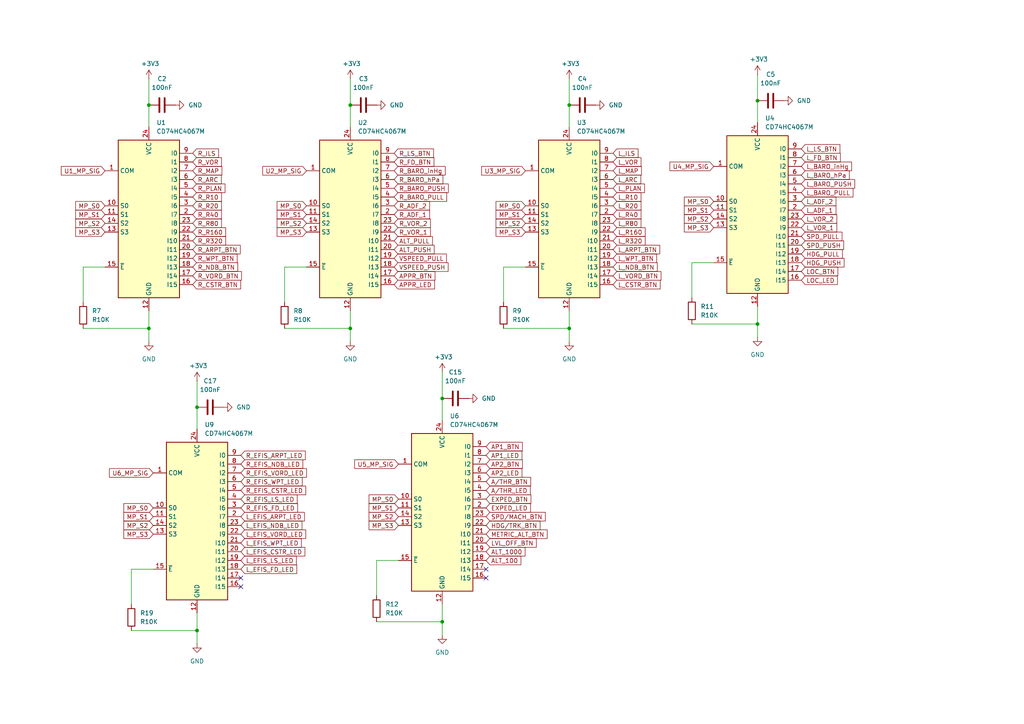
<source format=kicad_sch>
(kicad_sch (version 20231120) (generator "eeschema") (generator_version "8.0")
  (paper "A4")
  (title_block (title "FCU Mainboard schematics") (date "2024-03-05") (rev "1.0"))
  (lib_symbols
    (symbol "74xx:CD74HC4067M"
      (property "Reference" "U" (at -8.89 22.86 0))
      (property "Value" "CD74HC4067M" (at 1.27 22.86 0))
      (symbol "CD74HC4067M_0_1"
        (rectangle (start -8.89 21.59) (end 8.89 -24.13) (stroke (width 0.254)) (fill (type background)))
      )
      (symbol "CD74HC4067M_1_1"
        (pin passive line (at -12.7 12.7 0) (length 3.81) (name "COM") (number "1"))
        (pin input line (at -12.7 2.54 0) (length 3.81) (name "S0") (number "10"))
        (pin input line (at -12.7 0 0) (length 3.81) (name "S1") (number "11"))
        (pin power_in line (at 0 -27.94 90) (length 3.81) (name "GND") (number "12"))
        (pin input line (at -12.7 -5.08 0) (length 3.81) (name "S3") (number "13"))
        (pin input line (at -12.7 -2.54 0) (length 3.81) (name "S2") (number "14"))
        (pin input line (at -12.7 -15.24 0) (length 3.81) (name "~{E}") (number "15"))
        (pin passive line (at 12.7 -20.32 180) (length 3.81) (name "I15") (number "16"))
        (pin passive line (at 12.7 -17.78 180) (length 3.81) (name "I14") (number "17"))
        (pin passive line (at 12.7 -15.24 180) (length 3.81) (name "I13") (number "18"))
        (pin passive line (at 12.7 -12.7 180) (length 3.81) (name "I12") (number "19"))
        (pin passive line (at 12.7 0 180) (length 3.81) (name "I7") (number "2"))
        (pin passive line (at 12.7 -10.16 180) (length 3.81) (name "I11") (number "20"))
        (pin passive line (at 12.7 -7.62 180) (length 3.81) (name "I10") (number "21"))
        (pin passive line (at 12.7 -5.08 180) (length 3.81) (name "I9") (number "22"))
        (pin passive line (at 12.7 -2.54 180) (length 3.81) (name "I8") (number "23"))
        (pin power_in line (at 0 25.4 270) (length 3.81) (name "VCC") (number "24"))
        (pin passive line (at 12.7 2.54 180) (length 3.81) (name "I6") (number "3"))
        (pin passive line (at 12.7 5.08 180) (length 3.81) (name "I5") (number "4"))
        (pin passive line (at 12.7 7.62 180) (length 3.81) (name "I4") (number "5"))
        (pin passive line (at 12.7 10.16 180) (length 3.81) (name "I3") (number "6"))
        (pin passive line (at 12.7 12.7 180) (length 3.81) (name "I2") (number "7"))
        (pin passive line (at 12.7 15.24 180) (length 3.81) (name "I1") (number "8"))
        (pin passive line (at 12.7 17.78 180) (length 3.81) (name "I0") (number "9"))
      )
    )
    (symbol "Device:C" (pin_numbers hide) (pin_names (offset 0.254))
      (property "Reference" "C" (at 0.635 2.54 0))
      (property "Value" "C" (at 0.635 -2.54 0))
      (symbol "C_0_1"
        (polyline (pts (xy -2.032 -0.762) (xy 2.032 -0.762)) (stroke (width 0.508)))
        (polyline (pts (xy -2.032 0.762) (xy 2.032 0.762)) (stroke (width 0.508)))
      )
      (symbol "C_1_1"
        (pin passive line (at 0 3.81 270) (length 2.794) (name "~") (number "1"))
        (pin passive line (at 0 -3.81 90) (length 2.794) (name "~") (number "2"))
      )
    )
    (symbol "Device:R" (pin_numbers hide) (pin_names (offset 0))
      (property "Reference" "R" (at 2.032 0 90))
      (property "Value" "R" (at 0 0 90))
      (symbol "R_0_1"
        (rectangle (start -1.016 -2.54) (end 1.016 2.54) (stroke (width 0.254)))
      )
      (symbol "R_1_1"
        (pin passive line (at 0 3.81 270) (length 1.27) (name "~") (number "1"))
        (pin passive line (at 0 -3.81 90) (length 1.27) (name "~") (number "2"))
      )
    )
    (symbol "power:+3V3" (power) (pin_numbers hide) (pin_names (offset 0) hide)
      (property "Value" "+3V3" (at 0 3.556 0))
      (symbol "+3V3_0_1"
        (polyline (pts (xy -0.762 1.27) (xy 0 2.54)))
        (polyline (pts (xy 0 0) (xy 0 2.54)))
        (polyline (pts (xy 0 2.54) (xy 0.762 1.27)))
      )
      (symbol "+3V3_1_1"
        (pin power_in line (at 0 0 90) (length 0) (name "~") (number "1"))
      )
    )
    (symbol "power:GND" (power) (pin_numbers hide) (pin_names (offset 0) hide)
      (property "Value" "GND" (at 0 -3.81 0))
      (symbol "GND_0_1"
        (polyline (pts (xy 0 0) (xy 0 -1.27) (xy 1.27 -1.27) (xy 0 -2.54) (xy -1.27 -1.27) (xy 0 -1.27)))
      )
      (symbol "GND_1_1"
        (pin power_in line (at 0 0 270) (length 0) (name "~") (number "1"))
      )
    )
  )
  (junction (at 219.71 29.21))
  (junction (at 219.71 93.98))
  (junction (at 43.18 95.25))
  (junction (at 165.1 95.25))
  (junction (at 165.1 30.48))
  (junction (at 57.15 118.11))
  (junction (at 101.6 30.48))
  (junction (at 57.15 182.88))
  (junction (at 43.18 30.48))
  (junction (at 101.6 95.25))
  (junction (at 128.27 115.57))
  (junction (at 128.27 180.34))
  (no_connect (at 140.97 167.64))
  (no_connect (at 69.85 170.18))
  (no_connect (at 140.97 165.1))
  (no_connect (at 69.85 167.64))
  (wire (pts (xy 38.1 165.1) (xy 38.1 175.26)))
  (wire (pts (xy 57.15 110.49) (xy 57.15 118.11)))
  (wire (pts (xy 43.18 22.86) (xy 43.18 30.48)))
  (wire (pts (xy 165.1 30.48) (xy 165.1 36.83)))
  (wire (pts (xy 101.6 30.48) (xy 101.6 36.83)))
  (wire (pts (xy 200.66 76.2) (xy 200.66 86.36)))
  (wire (pts (xy 24.13 77.47) (xy 24.13 87.63)))
  (wire (pts (xy 38.1 182.88) (xy 57.15 182.88)))
  (wire (pts (xy 43.18 95.25) (xy 43.18 90.17)))
  (wire (pts (xy 165.1 99.06) (xy 165.1 95.25)))
  (wire (pts (xy 128.27 115.57) (xy 128.27 121.92)))
  (wire (pts (xy 109.22 162.56) (xy 109.22 172.72)))
  (wire (pts (xy 128.27 184.15) (xy 128.27 180.34)))
  (wire (pts (xy 57.15 186.69) (xy 57.15 182.88)))
  (wire (pts (xy 200.66 93.98) (xy 219.71 93.98)))
  (wire (pts (xy 152.4 77.47) (xy 146.05 77.47)))
  (wire (pts (xy 43.18 30.48) (xy 43.18 36.83)))
  (wire (pts (xy 101.6 22.86) (xy 101.6 30.48)))
  (wire (pts (xy 30.48 77.47) (xy 24.13 77.47)))
  (wire (pts (xy 82.55 95.25) (xy 101.6 95.25)))
  (wire (pts (xy 44.45 165.1) (xy 38.1 165.1)))
  (wire (pts (xy 88.9 77.47) (xy 82.55 77.47)))
  (wire (pts (xy 146.05 95.25) (xy 165.1 95.25)))
  (wire (pts (xy 43.18 99.06) (xy 43.18 95.25)))
  (wire (pts (xy 24.13 95.25) (xy 43.18 95.25)))
  (wire (pts (xy 219.71 29.21) (xy 219.71 35.56)))
  (wire (pts (xy 109.22 180.34) (xy 128.27 180.34)))
  (wire (pts (xy 101.6 99.06) (xy 101.6 95.25)))
  (wire (pts (xy 219.71 93.98) (xy 219.71 88.9)))
  (wire (pts (xy 101.6 95.25) (xy 101.6 90.17)))
  (wire (pts (xy 207.01 76.2) (xy 200.66 76.2)))
  (wire (pts (xy 82.55 77.47) (xy 82.55 87.63)))
  (wire (pts (xy 165.1 95.25) (xy 165.1 90.17)))
  (wire (pts (xy 128.27 180.34) (xy 128.27 175.26)))
  (wire (pts (xy 128.27 107.95) (xy 128.27 115.57)))
  (wire (pts (xy 115.57 162.56) (xy 109.22 162.56)))
  (wire (pts (xy 57.15 118.11) (xy 57.15 124.46)))
  (wire (pts (xy 165.1 22.86) (xy 165.1 30.48)))
  (wire (pts (xy 219.71 21.59) (xy 219.71 29.21)))
  (wire (pts (xy 146.05 77.47) (xy 146.05 87.63)))
  (wire (pts (xy 57.15 182.88) (xy 57.15 177.8)))
  (wire (pts (xy 219.71 97.79) (xy 219.71 93.98)))
  (global_label "MP_S2" (shape input) (at 88.9 64.77 180) (property "Intersheetrefs" "${INTERSHEET_REFS}" (effects (hide yes))))
  (global_label "L_ARPT_BTN" (shape input) (at 177.8 72.39 0) (property "Intersheetrefs" "${INTERSHEET_REFS}" (effects (hide yes))))
  (global_label "R_FD_BTN" (shape input) (at 114.3 46.99 0) (property "Intersheetrefs" "${INTERSHEET_REFS}" (effects (hide yes))))
  (global_label "EXPED_LED" (shape input) (at 140.97 147.32 0) (property "Intersheetrefs" "${INTERSHEET_REFS}" (effects (hide yes))))
  (global_label "SPD{slash}MACH_BTN" (shape input) (at 140.97 149.86 0) (property "Intersheetrefs" "${INTERSHEET_REFS}" (effects (hide yes))))
  (global_label "AP1_LED" (shape input) (at 140.97 132.08 0) (property "Intersheetrefs" "${INTERSHEET_REFS}" (effects (hide yes))))
  (global_label "L_EFIS_WPT_LED" (shape input) (at 69.85 157.48 0) (property "Intersheetrefs" "${INTERSHEET_REFS}" (effects (hide yes))))
  (global_label "R_ILS" (shape input) (at 55.88 44.45 0) (property "Intersheetrefs" "${INTERSHEET_REFS}" (effects (hide yes))))
  (global_label "SPD_PUSH" (shape input) (at 232.41 71.12 0) (property "Intersheetrefs" "${INTERSHEET_REFS}" (effects (hide yes))))
  (global_label "A{slash}THR_LED" (shape input) (at 140.97 142.24 0) (property "Intersheetrefs" "${INTERSHEET_REFS}" (effects (hide yes))))
  (global_label "L_BARO_hPa" (shape input) (at 232.41 50.8 0) (property "Intersheetrefs" "${INTERSHEET_REFS}" (effects (hide yes))))
  (global_label "R_R10" (shape input) (at 55.88 57.15 0) (property "Intersheetrefs" "${INTERSHEET_REFS}" (effects (hide yes))))
  (global_label "R_MAP" (shape input) (at 55.88 49.53 0) (property "Intersheetrefs" "${INTERSHEET_REFS}" (effects (hide yes))))
  (global_label "R_LS_BTN" (shape input) (at 114.3 44.45 0) (property "Intersheetrefs" "${INTERSHEET_REFS}" (effects (hide yes))))
  (global_label "L_PLAN" (shape input) (at 177.8 54.61 0) (property "Intersheetrefs" "${INTERSHEET_REFS}" (effects (hide yes))))
  (global_label "R_BARO_inHg" (shape input) (at 114.3 49.53 0) (property "Intersheetrefs" "${INTERSHEET_REFS}" (effects (hide yes))))
  (global_label "U4_MP_SIG" (shape input) (at 207.01 48.26 180) (property "Intersheetrefs" "${INTERSHEET_REFS}" (effects (hide yes))))
  (global_label "EXPED_BTN" (shape input) (at 140.97 144.78 0) (property "Intersheetrefs" "${INTERSHEET_REFS}" (effects (hide yes))))
  (global_label "MP_S3" (shape input) (at 30.48 67.31 180) (property "Intersheetrefs" "${INTERSHEET_REFS}" (effects (hide yes))))
  (global_label "R_R40" (shape input) (at 55.88 62.23 0) (property "Intersheetrefs" "${INTERSHEET_REFS}" (effects (hide yes))))
  (global_label "LOC_BTN" (shape input) (at 232.41 78.74 0) (property "Intersheetrefs" "${INTERSHEET_REFS}" (effects (hide yes))))
  (global_label "R_EFIS_ARPT_LED" (shape input) (at 69.85 132.08 0) (property "Intersheetrefs" "${INTERSHEET_REFS}" (effects (hide yes))))
  (global_label "HDG{slash}TRK_BTN" (shape input) (at 140.97 152.4 0) (property "Intersheetrefs" "${INTERSHEET_REFS}" (effects (hide yes))))
  (global_label "AP1_BTN" (shape input) (at 140.97 129.54 0) (property "Intersheetrefs" "${INTERSHEET_REFS}" (effects (hide yes))))
  (global_label "METRIC_ALT_BTN" (shape input) (at 140.97 154.94 0) (property "Intersheetrefs" "${INTERSHEET_REFS}" (effects (hide yes))))
  (global_label "MP_S2" (shape input) (at 207.01 63.5 180) (property "Intersheetrefs" "${INTERSHEET_REFS}" (effects (hide yes))))
  (global_label "U6_MP_SIG" (shape input) (at 44.45 137.16 180) (property "Intersheetrefs" "${INTERSHEET_REFS}" (effects (hide yes))))
  (global_label "L_ADF_2" (shape input) (at 232.41 58.42 0) (property "Intersheetrefs" "${INTERSHEET_REFS}" (effects (hide yes))))
  (global_label "L_R20" (shape input) (at 177.8 59.69 0) (property "Intersheetrefs" "${INTERSHEET_REFS}" (effects (hide yes))))
  (global_label "R_ADF_2" (shape input) (at 114.3 59.69 0) (property "Intersheetrefs" "${INTERSHEET_REFS}" (effects (hide yes))))
  (global_label "L_LS_BTN" (shape input) (at 232.41 43.18 0) (property "Intersheetrefs" "${INTERSHEET_REFS}" (effects (hide yes))))
  (global_label "R_VORD_BTN" (shape input) (at 55.88 80.01 0) (property "Intersheetrefs" "${INTERSHEET_REFS}" (effects (hide yes))))
  (global_label "R_EFIS_CSTR_LED" (shape input) (at 69.85 142.24 0) (property "Intersheetrefs" "${INTERSHEET_REFS}" (effects (hide yes))))
  (global_label "MP_S1" (shape input) (at 88.9 62.23 180) (property "Intersheetrefs" "${INTERSHEET_REFS}" (effects (hide yes))))
  (global_label "AP2_LED" (shape input) (at 140.97 137.16 0) (property "Intersheetrefs" "${INTERSHEET_REFS}" (effects (hide yes))))
  (global_label "L_EFIS_CSTR_LED" (shape input) (at 69.85 160.02 0) (property "Intersheetrefs" "${INTERSHEET_REFS}" (effects (hide yes))))
  (global_label "MP_S0" (shape input) (at 30.48 59.69 180) (property "Intersheetrefs" "${INTERSHEET_REFS}" (effects (hide yes))))
  (global_label "L_BARO_inHg" (shape input) (at 232.41 48.26 0) (property "Intersheetrefs" "${INTERSHEET_REFS}" (effects (hide yes))))
  (global_label "L_EFIS_VORD_LED" (shape input) (at 69.85 154.94 0) (property "Intersheetrefs" "${INTERSHEET_REFS}" (effects (hide yes))))
  (global_label "A{slash}THR_BTN" (shape input) (at 140.97 139.7 0) (property "Intersheetrefs" "${INTERSHEET_REFS}" (effects (hide yes))))
  (global_label "MP_S2" (shape input) (at 115.57 149.86 180) (property "Intersheetrefs" "${INTERSHEET_REFS}" (effects (hide yes))))
  (global_label "MP_S3" (shape input) (at 207.01 66.04 180) (property "Intersheetrefs" "${INTERSHEET_REFS}" (effects (hide yes))))
  (global_label "L_R160" (shape input) (at 177.8 67.31 0) (property "Intersheetrefs" "${INTERSHEET_REFS}" (effects (hide yes))))
  (global_label "L_R10" (shape input) (at 177.8 57.15 0) (property "Intersheetrefs" "${INTERSHEET_REFS}" (effects (hide yes))))
  (global_label "U1_MP_SIG" (shape input) (at 30.48 49.53 180) (property "Intersheetrefs" "${INTERSHEET_REFS}" (effects (hide yes))))
  (global_label "APPR_LED" (shape input) (at 114.3 82.55 0) (property "Intersheetrefs" "${INTERSHEET_REFS}" (effects (hide yes))))
  (global_label "L_MAP" (shape input) (at 177.8 49.53 0) (property "Intersheetrefs" "${INTERSHEET_REFS}" (effects (hide yes))))
  (global_label "MP_S3" (shape input) (at 152.4 67.31 180) (property "Intersheetrefs" "${INTERSHEET_REFS}" (effects (hide yes))))
  (global_label "L_BARO_PUSH" (shape input) (at 232.41 53.34 0) (property "Intersheetrefs" "${INTERSHEET_REFS}" (effects (hide yes))))
  (global_label "L_ILS" (shape input) (at 177.8 44.45 0) (property "Intersheetrefs" "${INTERSHEET_REFS}" (effects (hide yes))))
  (global_label "L_FD_BTN" (shape input) (at 232.41 45.72 0) (property "Intersheetrefs" "${INTERSHEET_REFS}" (effects (hide yes))))
  (global_label "L_R80" (shape input) (at 177.8 64.77 0) (property "Intersheetrefs" "${INTERSHEET_REFS}" (effects (hide yes))))
  (global_label "L_VOR_1" (shape input) (at 232.41 66.04 0) (property "Intersheetrefs" "${INTERSHEET_REFS}" (effects (hide yes))))
  (global_label "MP_S2" (shape input) (at 152.4 64.77 180) (property "Intersheetrefs" "${INTERSHEET_REFS}" (effects (hide yes))))
  (global_label "MP_S1" (shape input) (at 115.57 147.32 180) (property "Intersheetrefs" "${INTERSHEET_REFS}" (effects (hide yes))))
  (global_label "R_CSTR_BTN" (shape input) (at 55.88 82.55 0) (property "Intersheetrefs" "${INTERSHEET_REFS}" (effects (hide yes))))
  (global_label "MP_S2" (shape input) (at 44.45 152.4 180) (property "Intersheetrefs" "${INTERSHEET_REFS}" (effects (hide yes))))
  (global_label "R_VOR_1" (shape input) (at 114.3 67.31 0) (property "Intersheetrefs" "${INTERSHEET_REFS}" (effects (hide yes))))
  (global_label "R_EFIS_LS_LED" (shape input) (at 69.85 144.78 0) (property "Intersheetrefs" "${INTERSHEET_REFS}" (effects (hide yes))))
  (global_label "R_NDB_BTN" (shape input) (at 55.88 77.47 0) (property "Intersheetrefs" "${INTERSHEET_REFS}" (effects (hide yes))))
  (global_label "MP_S3" (shape input) (at 88.9 67.31 180) (property "Intersheetrefs" "${INTERSHEET_REFS}" (effects (hide yes))))
  (global_label "L_BARO_PULL" (shape input) (at 232.41 55.88 0) (property "Intersheetrefs" "${INTERSHEET_REFS}" (effects (hide yes))))
  (global_label "R_ADF_1" (shape input) (at 114.3 62.23 0) (property "Intersheetrefs" "${INTERSHEET_REFS}" (effects (hide yes))))
  (global_label "L_CSTR_BTN" (shape input) (at 177.8 82.55 0) (property "Intersheetrefs" "${INTERSHEET_REFS}" (effects (hide yes))))
  (global_label "U2_MP_SIG" (shape input) (at 88.9 49.53 180) (property "Intersheetrefs" "${INTERSHEET_REFS}" (effects (hide yes))))
  (global_label "R_BARO_hPa" (shape input) (at 114.3 52.07 0) (property "Intersheetrefs" "${INTERSHEET_REFS}" (effects (hide yes))))
  (global_label "L_EFIS_FD_LED" (shape input) (at 69.85 165.1 0) (property "Intersheetrefs" "${INTERSHEET_REFS}" (effects (hide yes))))
  (global_label "L_EFIS_ARPT_LED" (shape input) (at 69.85 149.86 0) (property "Intersheetrefs" "${INTERSHEET_REFS}" (effects (hide yes))))
  (global_label "MP_S0" (shape input) (at 44.45 147.32 180) (property "Intersheetrefs" "${INTERSHEET_REFS}" (effects (hide yes))))
  (global_label "SPD_PULL" (shape input) (at 232.41 68.58 0) (property "Intersheetrefs" "${INTERSHEET_REFS}" (effects (hide yes))))
  (global_label "L_R40" (shape input) (at 177.8 62.23 0) (property "Intersheetrefs" "${INTERSHEET_REFS}" (effects (hide yes))))
  (global_label "HDG_PUSH" (shape input) (at 232.41 76.2 0) (property "Intersheetrefs" "${INTERSHEET_REFS}" (effects (hide yes))))
  (global_label "MP_S0" (shape input) (at 115.57 144.78 180) (property "Intersheetrefs" "${INTERSHEET_REFS}" (effects (hide yes))))
  (global_label "R_VOR" (shape input) (at 55.88 46.99 0) (property "Intersheetrefs" "${INTERSHEET_REFS}" (effects (hide yes))))
  (global_label "R_EFIS_FD_LED" (shape input) (at 69.85 147.32 0) (property "Intersheetrefs" "${INTERSHEET_REFS}" (effects (hide yes))))
  (global_label "U5_MP_SIG" (shape input) (at 115.57 134.62 180) (property "Intersheetrefs" "${INTERSHEET_REFS}" (effects (hide yes))))
  (global_label "MP_S1" (shape input) (at 207.01 60.96 180) (property "Intersheetrefs" "${INTERSHEET_REFS}" (effects (hide yes))))
  (global_label "LVL_OFF_BTN" (shape input) (at 140.97 157.48 0) (property "Intersheetrefs" "${INTERSHEET_REFS}" (effects (hide yes))))
  (global_label "L_EFIS_NDB_LED" (shape input) (at 69.85 152.4 0) (property "Intersheetrefs" "${INTERSHEET_REFS}" (effects (hide yes))))
  (global_label "R_PLAN" (shape input) (at 55.88 54.61 0) (property "Intersheetrefs" "${INTERSHEET_REFS}" (effects (hide yes))))
  (global_label "R_BARO_PUSH" (shape input) (at 114.3 54.61 0) (property "Intersheetrefs" "${INTERSHEET_REFS}" (effects (hide yes))))
  (global_label "AP2_BTN" (shape input) (at 140.97 134.62 0) (property "Intersheetrefs" "${INTERSHEET_REFS}" (effects (hide yes))))
  (global_label "HDG_PULL" (shape input) (at 232.41 73.66 0) (property "Intersheetrefs" "${INTERSHEET_REFS}" (effects (hide yes))))
  (global_label "R_VOR_2" (shape input) (at 114.3 64.77 0) (property "Intersheetrefs" "${INTERSHEET_REFS}" (effects (hide yes))))
  (global_label "MP_S1" (shape input) (at 152.4 62.23 180) (property "Intersheetrefs" "${INTERSHEET_REFS}" (effects (hide yes))))
  (global_label "MP_S2" (shape input) (at 30.48 64.77 180) (property "Intersheetrefs" "${INTERSHEET_REFS}" (effects (hide yes))))
  (global_label "L_ADF_1" (shape input) (at 232.41 60.96 0) (property "Intersheetrefs" "${INTERSHEET_REFS}" (effects (hide yes))))
  (global_label "L_ARC" (shape input) (at 177.8 52.07 0) (property "Intersheetrefs" "${INTERSHEET_REFS}" (effects (hide yes))))
  (global_label "MP_S1" (shape input) (at 44.45 149.86 180) (property "Intersheetrefs" "${INTERSHEET_REFS}" (effects (hide yes))))
  (global_label "R_ARC" (shape input) (at 55.88 52.07 0) (property "Intersheetrefs" "${INTERSHEET_REFS}" (effects (hide yes))))
  (global_label "ALT_PUSH" (shape input) (at 114.3 72.39 0) (property "Intersheetrefs" "${INTERSHEET_REFS}" (effects (hide yes))))
  (global_label "L_R320" (shape input) (at 177.8 69.85 0) (property "Intersheetrefs" "${INTERSHEET_REFS}" (effects (hide yes))))
  (global_label "ALT_PULL" (shape input) (at 114.3 69.85 0) (property "Intersheetrefs" "${INTERSHEET_REFS}" (effects (hide yes))))
  (global_label "R_R20" (shape input) (at 55.88 59.69 0) (property "Intersheetrefs" "${INTERSHEET_REFS}" (effects (hide yes))))
  (global_label "MP_S3" (shape input) (at 44.45 154.94 180) (property "Intersheetrefs" "${INTERSHEET_REFS}" (effects (hide yes))))
  (global_label "MP_S1" (shape input) (at 30.48 62.23 180) (property "Intersheetrefs" "${INTERSHEET_REFS}" (effects (hide yes))))
  (global_label "MP_S0" (shape input) (at 207.01 58.42 180) (property "Intersheetrefs" "${INTERSHEET_REFS}" (effects (hide yes))))
  (global_label "R_R80" (shape input) (at 55.88 64.77 0) (property "Intersheetrefs" "${INTERSHEET_REFS}" (effects (hide yes))))
  (global_label "L_VOR_2" (shape input) (at 232.41 63.5 0) (property "Intersheetrefs" "${INTERSHEET_REFS}" (effects (hide yes))))
  (global_label "L_VORD_BTN" (shape input) (at 177.8 80.01 0) (property "Intersheetrefs" "${INTERSHEET_REFS}" (effects (hide yes))))
  (global_label "LOC_LED" (shape input) (at 232.41 81.28 0) (property "Intersheetrefs" "${INTERSHEET_REFS}" (effects (hide yes))))
  (global_label "R_EFIS_NDB_LED" (shape input) (at 69.85 134.62 0) (property "Intersheetrefs" "${INTERSHEET_REFS}" (effects (hide yes))))
  (global_label "R_EFIS_VORD_LED" (shape input) (at 69.85 137.16 0) (property "Intersheetrefs" "${INTERSHEET_REFS}" (effects (hide yes))))
  (global_label "L_EFIS_LS_LED" (shape input) (at 69.85 162.56 0) (property "Intersheetrefs" "${INTERSHEET_REFS}" (effects (hide yes))))
  (global_label "ALT_100" (shape input) (at 140.97 162.56 0) (property "Intersheetrefs" "${INTERSHEET_REFS}" (effects (hide yes))))
  (global_label "L_VOR" (shape input) (at 177.8 46.99 0) (property "Intersheetrefs" "${INTERSHEET_REFS}" (effects (hide yes))))
  (global_label "R_EFIS_WPT_LED" (shape input) (at 69.85 139.7 0) (property "Intersheetrefs" "${INTERSHEET_REFS}" (effects (hide yes))))
  (global_label "R_WPT_BTN" (shape input) (at 55.88 74.93 0) (property "Intersheetrefs" "${INTERSHEET_REFS}" (effects (hide yes))))
  (global_label "R_R320" (shape input) (at 55.88 69.85 0) (property "Intersheetrefs" "${INTERSHEET_REFS}" (effects (hide yes))))
  (global_label "R_R160" (shape input) (at 55.88 67.31 0) (property "Intersheetrefs" "${INTERSHEET_REFS}" (effects (hide yes))))
  (global_label "L_NDB_BTN" (shape input) (at 177.8 77.47 0) (property "Intersheetrefs" "${INTERSHEET_REFS}" (effects (hide yes))))
  (global_label "R_BARO_PULL" (shape input) (at 114.3 57.15 0) (property "Intersheetrefs" "${INTERSHEET_REFS}" (effects (hide yes))))
  (global_label "U3_MP_SIG" (shape input) (at 152.4 49.53 180) (property "Intersheetrefs" "${INTERSHEET_REFS}" (effects (hide yes))))
  (global_label "VSPEED_PULL" (shape input) (at 114.3 74.93 0) (property "Intersheetrefs" "${INTERSHEET_REFS}" (effects (hide yes))))
  (global_label "VSPEED_PUSH" (shape input) (at 114.3 77.47 0) (property "Intersheetrefs" "${INTERSHEET_REFS}" (effects (hide yes))))
  (global_label "ALT_1000" (shape input) (at 140.97 160.02 0) (property "Intersheetrefs" "${INTERSHEET_REFS}" (effects (hide yes))))
  (global_label "APPR_BTN" (shape input) (at 114.3 80.01 0) (property "Intersheetrefs" "${INTERSHEET_REFS}" (effects (hide yes))))
  (global_label "L_WPT_BTN" (shape input) (at 177.8 74.93 0) (property "Intersheetrefs" "${INTERSHEET_REFS}" (effects (hide yes))))
  (global_label "MP_S0" (shape input) (at 88.9 59.69 180) (property "Intersheetrefs" "${INTERSHEET_REFS}" (effects (hide yes))))
  (global_label "R_ARPT_BTN" (shape input) (at 55.88 72.39 0) (property "Intersheetrefs" "${INTERSHEET_REFS}" (effects (hide yes))))
  (global_label "MP_S3" (shape input) (at 115.57 152.4 180) (property "Intersheetrefs" "${INTERSHEET_REFS}" (effects (hide yes))))
  (global_label "MP_S0" (shape input) (at 152.4 59.69 180) (property "Intersheetrefs" "${INTERSHEET_REFS}" (effects (hide yes))))
  (symbol (lib_id "74xx:CD74HC4067M") (at 128.27 147.32 0) (unit 1)
    (property "Reference" "U6" (at 130.4641 120.65 0) (effects (justify left)))
    (property "Value" "CD74HC4067M" (at 130.4641 123.19 0) (effects (justify left)))
    (property "Footprint" "Package_SO:SOIC-24W_7.5x15.4mm_P1.27mm" (effects (hide yes)))
    (property "Datasheet" "http://www.ti.com/lit/ds/symlink/cd74hc4067.pdf" (effects (hide yes)))
    (property "Description" "High-Speed CMOS Logic 16-Channel Analog Multiplexer/Demultiplexer, SOIC-24" (effects (hide yes)))
  )
  (symbol (lib_id "power:GND") (at 172.72 30.48 90) (unit 1)
    (property "Reference" "#PWR053" (effects (hide yes)))
    (property "Value" "GND" (at 176.53 30.4799 90) (effects (justify right)))
    (property "Description" "Power symbol creates a global label with name \"GND\" , ground" (effects (hide yes)))
  )
  (symbol (lib_id "Device:R") (at 146.05 91.44 0) (unit 1)
    (property "Reference" "R9" (at 148.59 90.1699 0) (effects (justify left)))
    (property "Value" "R10K" (at 148.59 92.7099 0) (effects (justify left)))
    (property "Footprint" "Resistor_SMD:R_0402_1005Metric" (effects (hide yes)))
    (property "Description" "Resistor" (effects (hide yes)))
  )
  (symbol (lib_id "74xx:CD74HC4067M") (at 57.15 149.86 0) (unit 1)
    (property "Reference" "U9" (at 59.3441 123.19 0) (effects (justify left)))
    (property "Value" "CD74HC4067M" (at 59.3441 125.73 0) (effects (justify left)))
    (property "Footprint" "Package_SO:SOIC-24W_7.5x15.4mm_P1.27mm" (effects (hide yes)))
    (property "Datasheet" "http://www.ti.com/lit/ds/symlink/cd74hc4067.pdf" (effects (hide yes)))
    (property "Description" "High-Speed CMOS Logic 16-Channel Analog Multiplexer/Demultiplexer, SOIC-24" (effects (hide yes)))
  )
  (symbol (lib_id "power:+3V3") (at 219.71 21.59 0) (unit 1)
    (property "Reference" "#PWR054" (effects (hide yes)))
    (property "Value" "+3V3" (at 220.091 17.1958 0))
    (property "Description" "Power symbol creates a global label with name \"+3V3\"" (effects (hide yes)))
  )
  (symbol (lib_id "power:+3V3") (at 128.27 107.95 0) (unit 1)
    (property "Reference" "#PWR074" (effects (hide yes)))
    (property "Value" "+3V3" (at 128.651 103.5558 0))
    (property "Description" "Power symbol creates a global label with name \"+3V3\"" (effects (hide yes)))
  )
  (symbol (lib_id "power:+3V3") (at 57.15 110.49 0) (unit 1)
    (property "Reference" "#PWR080" (effects (hide yes)))
    (property "Value" "+3V3" (at 57.531 106.0958 0))
    (property "Description" "Power symbol creates a global label with name \"+3V3\"" (effects (hide yes)))
  )
  (symbol (lib_id "Device:C") (at 105.41 30.48 90) (unit 1)
    (property "Reference" "C3" (at 105.41 22.86 90))
    (property "Value" "100nF" (at 105.41 25.4 90))
    (property "Footprint" "Custom_Footprints:Perfect_0402" (effects (hide yes)))
    (property "Description" "Unpolarized capacitor" (effects (hide yes)))
  )
  (symbol (lib_id "Device:R") (at 109.22 176.53 0) (unit 1)
    (property "Reference" "R12" (at 111.76 175.2599 0) (effects (justify left)))
    (property "Value" "R10K" (at 111.76 177.7999 0) (effects (justify left)))
    (property "Footprint" "Resistor_SMD:R_0402_1005Metric" (effects (hide yes)))
    (property "Description" "Resistor" (effects (hide yes)))
  )
  (symbol (lib_id "74xx:CD74HC4067M") (at 43.18 62.23 0) (unit 1)
    (property "Reference" "U1" (at 45.3741 35.56 0) (effects (justify left)))
    (property "Value" "CD74HC4067M" (at 45.3741 38.1 0) (effects (justify left)))
    (property "Footprint" "Package_SO:SOIC-24W_7.5x15.4mm_P1.27mm" (effects (hide yes)))
    (property "Datasheet" "http://www.ti.com/lit/ds/symlink/cd74hc4067.pdf" (effects (hide yes)))
    (property "Description" "High-Speed CMOS Logic 16-Channel Analog Multiplexer/Demultiplexer, SOIC-24" (effects (hide yes)))
  )
  (symbol (lib_id "74xx:CD74HC4067M") (at 101.6 62.23 0) (unit 1)
    (property "Reference" "U2" (at 103.7941 35.56 0) (effects (justify left)))
    (property "Value" "CD74HC4067M" (at 103.7941 38.1 0) (effects (justify left)))
    (property "Footprint" "Package_SO:SOIC-24W_7.5x15.4mm_P1.27mm" (effects (hide yes)))
    (property "Datasheet" "http://www.ti.com/lit/ds/symlink/cd74hc4067.pdf" (effects (hide yes)))
    (property "Description" "High-Speed CMOS Logic 16-Channel Analog Multiplexer/Demultiplexer, SOIC-24" (effects (hide yes)))
  )
  (symbol (lib_id "Device:R") (at 200.66 90.17 0) (unit 1)
    (property "Reference" "R11" (at 203.2 88.8999 0) (effects (justify left)))
    (property "Value" "R10K" (at 203.2 91.4399 0) (effects (justify left)))
    (property "Footprint" "Resistor_SMD:R_0402_1005Metric" (effects (hide yes)))
    (property "Description" "Resistor" (effects (hide yes)))
  )
  (symbol (lib_id "Device:C") (at 46.99 30.48 90) (unit 1)
    (property "Reference" "C2" (at 46.99 22.86 90))
    (property "Value" "100nF" (at 46.99 25.4 90))
    (property "Footprint" "Custom_Footprints:Perfect_0402" (effects (hide yes)))
    (property "Description" "Unpolarized capacitor" (effects (hide yes)))
  )
  (symbol (lib_id "Device:R") (at 82.55 91.44 0) (unit 1)
    (property "Reference" "R8" (at 85.09 90.1699 0) (effects (justify left)))
    (property "Value" "R10K" (at 85.09 92.7099 0) (effects (justify left)))
    (property "Footprint" "Resistor_SMD:R_0402_1005Metric" (effects (hide yes)))
    (property "Description" "Resistor" (effects (hide yes)))
  )
  (symbol (lib_id "power:GND") (at 109.22 30.48 90) (unit 1)
    (property "Reference" "#PWR048" (effects (hide yes)))
    (property "Value" "GND" (at 113.03 30.4799 90) (effects (justify right)))
    (property "Description" "Power symbol creates a global label with name \"GND\" , ground" (effects (hide yes)))
  )
  (symbol (lib_id "Device:C") (at 132.08 115.57 90) (unit 1)
    (property "Reference" "C15" (at 132.08 107.95 90))
    (property "Value" "100nF" (at 132.08 110.49 90))
    (property "Footprint" "Custom_Footprints:Perfect_0402" (effects (hide yes)))
    (property "Description" "Unpolarized capacitor" (effects (hide yes)))
  )
  (symbol (lib_id "power:GND") (at 57.15 186.69 0) (unit 1)
    (property "Reference" "#PWR082" (effects (hide yes)))
    (property "Value" "GND" (at 57.15 191.77 0))
    (property "Description" "Power symbol creates a global label with name \"GND\" , ground" (effects (hide yes)))
  )
  (symbol (lib_id "power:GND") (at 128.27 184.15 0) (unit 1)
    (property "Reference" "#PWR075" (effects (hide yes)))
    (property "Value" "GND" (at 128.27 189.23 0))
    (property "Description" "Power symbol creates a global label with name \"GND\" , ground" (effects (hide yes)))
  )
  (symbol (lib_id "power:GND") (at 101.6 99.06 0) (unit 1)
    (property "Reference" "#PWR047" (effects (hide yes)))
    (property "Value" "GND" (at 101.6 104.14 0))
    (property "Description" "Power symbol creates a global label with name \"GND\" , ground" (effects (hide yes)))
  )
  (symbol (lib_id "Device:R") (at 38.1 179.07 0) (unit 1)
    (property "Reference" "R19" (at 40.64 177.7999 0) (effects (justify left)))
    (property "Value" "R10K" (at 40.64 180.3399 0) (effects (justify left)))
    (property "Footprint" "Resistor_SMD:R_0402_1005Metric" (effects (hide yes)))
    (property "Description" "Resistor" (effects (hide yes)))
  )
  (symbol (lib_id "74xx:CD74HC4067M") (at 165.1 62.23 0) (unit 1)
    (property "Reference" "U3" (at 167.2941 35.56 0) (effects (justify left)))
    (property "Value" "CD74HC4067M" (at 167.2941 38.1 0) (effects (justify left)))
    (property "Footprint" "Package_SO:SOIC-24W_7.5x15.4mm_P1.27mm" (effects (hide yes)))
    (property "Datasheet" "http://www.ti.com/lit/ds/symlink/cd74hc4067.pdf" (effects (hide yes)))
    (property "Description" "High-Speed CMOS Logic 16-Channel Analog Multiplexer/Demultiplexer, SOIC-24" (effects (hide yes)))
  )
  (symbol (lib_id "power:GND") (at 227.33 29.21 90) (unit 1)
    (property "Reference" "#PWR073" (effects (hide yes)))
    (property "Value" "GND" (at 231.14 29.2099 90) (effects (justify right)))
    (property "Description" "Power symbol creates a global label with name \"GND\" , ground" (effects (hide yes)))
  )
  (symbol (lib_id "Device:R") (at 24.13 91.44 0) (unit 1)
    (property "Reference" "R7" (at 26.67 90.1699 0) (effects (justify left)))
    (property "Value" "R10K" (at 26.67 92.7099 0) (effects (justify left)))
    (property "Footprint" "Resistor_SMD:R_0402_1005Metric" (effects (hide yes)))
    (property "Description" "Resistor" (effects (hide yes)))
  )
  (symbol (lib_id "power:GND") (at 50.8 30.48 90) (unit 1)
    (property "Reference" "#PWR031" (effects (hide yes)))
    (property "Value" "GND" (at 54.61 30.4799 90) (effects (justify right)))
    (property "Description" "Power symbol creates a global label with name \"GND\" , ground" (effects (hide yes)))
  )
  (symbol (lib_id "power:+3V3") (at 101.6 22.86 0) (unit 1)
    (property "Reference" "#PWR033" (effects (hide yes)))
    (property "Value" "+3V3" (at 101.981 18.4658 0))
    (property "Description" "Power symbol creates a global label with name \"+3V3\"" (effects (hide yes)))
  )
  (symbol (lib_id "Device:C") (at 223.52 29.21 90) (unit 1)
    (property "Reference" "C5" (at 223.52 21.59 90))
    (property "Value" "100nF" (at 223.52 24.13 90))
    (property "Footprint" "Custom_Footprints:Perfect_0402" (effects (hide yes)))
    (property "Description" "Unpolarized capacitor" (effects (hide yes)))
  )
  (symbol (lib_id "power:GND") (at 219.71 97.79 0) (unit 1)
    (property "Reference" "#PWR072" (effects (hide yes)))
    (property "Value" "GND" (at 219.71 102.87 0))
    (property "Description" "Power symbol creates a global label with name \"GND\" , ground" (effects (hide yes)))
  )
  (symbol (lib_id "Device:C") (at 168.91 30.48 90) (unit 1)
    (property "Reference" "C4" (at 168.91 22.86 90))
    (property "Value" "100nF" (at 168.91 25.4 90))
    (property "Footprint" "Custom_Footprints:Perfect_0402" (effects (hide yes)))
    (property "Description" "Unpolarized capacitor" (effects (hide yes)))
  )
  (symbol (lib_id "power:GND") (at 165.1 99.06 0) (unit 1)
    (property "Reference" "#PWR052" (effects (hide yes)))
    (property "Value" "GND" (at 165.1 104.14 0))
    (property "Description" "Power symbol creates a global label with name \"GND\" , ground" (effects (hide yes)))
  )
  (symbol (lib_id "power:GND") (at 43.18 99.06 0) (unit 1)
    (property "Reference" "#PWR021" (effects (hide yes)))
    (property "Value" "GND" (at 43.18 104.14 0))
    (property "Description" "Power symbol creates a global label with name \"GND\" , ground" (effects (hide yes)))
  )
  (symbol (lib_id "74xx:CD74HC4067M") (at 219.71 60.96 0) (unit 1)
    (property "Reference" "U4" (at 221.9041 34.29 0) (effects (justify left)))
    (property "Value" "CD74HC4067M" (at 221.9041 36.83 0) (effects (justify left)))
    (property "Footprint" "Package_SO:SOIC-24W_7.5x15.4mm_P1.27mm" (effects (hide yes)))
    (property "Datasheet" "http://www.ti.com/lit/ds/symlink/cd74hc4067.pdf" (effects (hide yes)))
    (property "Description" "High-Speed CMOS Logic 16-Channel Analog Multiplexer/Demultiplexer, SOIC-24" (effects (hide yes)))
  )
  (symbol (lib_id "power:GND") (at 135.89 115.57 90) (unit 1)
    (property "Reference" "#PWR076" (effects (hide yes)))
    (property "Value" "GND" (at 139.7 115.5699 90) (effects (justify right)))
    (property "Description" "Power symbol creates a global label with name \"GND\" , ground" (effects (hide yes)))
  )
  (symbol (lib_id "Device:C") (at 60.96 118.11 90) (unit 1)
    (property "Reference" "C17" (at 60.96 110.49 90))
    (property "Value" "100nF" (at 60.96 113.03 90))
    (property "Footprint" "Custom_Footprints:Perfect_0402" (effects (hide yes)))
    (property "Description" "Unpolarized capacitor" (effects (hide yes)))
  )
  (symbol (lib_id "power:GND") (at 64.77 118.11 90) (unit 1)
    (property "Reference" "#PWR081" (effects (hide yes)))
    (property "Value" "GND" (at 68.58 118.1099 90) (effects (justify right)))
    (property "Description" "Power symbol creates a global label with name \"GND\" , ground" (effects (hide yes)))
  )
  (symbol (lib_id "power:+3V3") (at 165.1 22.86 0) (unit 1)
    (property "Reference" "#PWR049" (effects (hide yes)))
    (property "Value" "+3V3" (at 165.481 18.4658 0))
    (property "Description" "Power symbol creates a global label with name \"+3V3\"" (effects (hide yes)))
  )
  (symbol (lib_id "power:+3V3") (at 43.18 22.86 0) (unit 1)
    (property "Reference" "#PWR013" (effects (hide yes)))
    (property "Value" "+3V3" (at 43.561 18.4658 0))
    (property "Description" "Power symbol creates a global label with name \"+3V3\"" (effects (hide yes)))
  )
)
</source>
